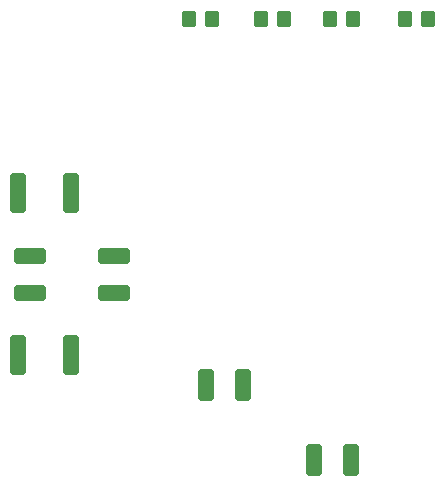
<source format=gbr>
%TF.GenerationSoftware,KiCad,Pcbnew,(6.0.1)*%
%TF.CreationDate,2022-06-01T15:29:54+03:00*%
%TF.ProjectId,Supply_Power,53757070-6c79-45f5-906f-7765722e6b69,rev?*%
%TF.SameCoordinates,Original*%
%TF.FileFunction,Paste,Bot*%
%TF.FilePolarity,Positive*%
%FSLAX46Y46*%
G04 Gerber Fmt 4.6, Leading zero omitted, Abs format (unit mm)*
G04 Created by KiCad (PCBNEW (6.0.1)) date 2022-06-01 15:29:54*
%MOMM*%
%LPD*%
G01*
G04 APERTURE LIST*
G04 Aperture macros list*
%AMRoundRect*
0 Rectangle with rounded corners*
0 $1 Rounding radius*
0 $2 $3 $4 $5 $6 $7 $8 $9 X,Y pos of 4 corners*
0 Add a 4 corners polygon primitive as box body*
4,1,4,$2,$3,$4,$5,$6,$7,$8,$9,$2,$3,0*
0 Add four circle primitives for the rounded corners*
1,1,$1+$1,$2,$3*
1,1,$1+$1,$4,$5*
1,1,$1+$1,$6,$7*
1,1,$1+$1,$8,$9*
0 Add four rect primitives between the rounded corners*
20,1,$1+$1,$2,$3,$4,$5,0*
20,1,$1+$1,$4,$5,$6,$7,0*
20,1,$1+$1,$6,$7,$8,$9,0*
20,1,$1+$1,$8,$9,$2,$3,0*%
G04 Aperture macros list end*
%ADD10RoundRect,0.250000X-0.400000X-1.450000X0.400000X-1.450000X0.400000X1.450000X-0.400000X1.450000X0*%
%ADD11RoundRect,0.250000X0.350000X0.450000X-0.350000X0.450000X-0.350000X-0.450000X0.350000X-0.450000X0*%
%ADD12RoundRect,0.250000X0.412500X1.100000X-0.412500X1.100000X-0.412500X-1.100000X0.412500X-1.100000X0*%
%ADD13RoundRect,0.250000X-0.412500X-1.100000X0.412500X-1.100000X0.412500X1.100000X-0.412500X1.100000X0*%
%ADD14RoundRect,0.250000X-1.100000X0.412500X-1.100000X-0.412500X1.100000X-0.412500X1.100000X0.412500X0*%
G04 APERTURE END LIST*
D10*
%TO.C,L2*%
X45019000Y-58166000D03*
X49469000Y-58166000D03*
%TD*%
D11*
%TO.C,R20*%
X61452000Y-29718000D03*
X59452000Y-29718000D03*
%TD*%
D12*
%TO.C,C6*%
X73190500Y-67056000D03*
X70065500Y-67056000D03*
%TD*%
D11*
%TO.C,R18*%
X73390000Y-29718000D03*
X71390000Y-29718000D03*
%TD*%
%TO.C,R19*%
X67548000Y-29718000D03*
X65548000Y-29718000D03*
%TD*%
D13*
%TO.C,C3*%
X60921500Y-60706000D03*
X64046500Y-60706000D03*
%TD*%
D14*
%TO.C,C5*%
X53086000Y-49745500D03*
X53086000Y-52870500D03*
%TD*%
D10*
%TO.C,L1*%
X45019000Y-44450000D03*
X49469000Y-44450000D03*
%TD*%
D14*
%TO.C,C2*%
X45974000Y-49745500D03*
X45974000Y-52870500D03*
%TD*%
D11*
%TO.C,R17*%
X79740000Y-29718000D03*
X77740000Y-29718000D03*
%TD*%
M02*

</source>
